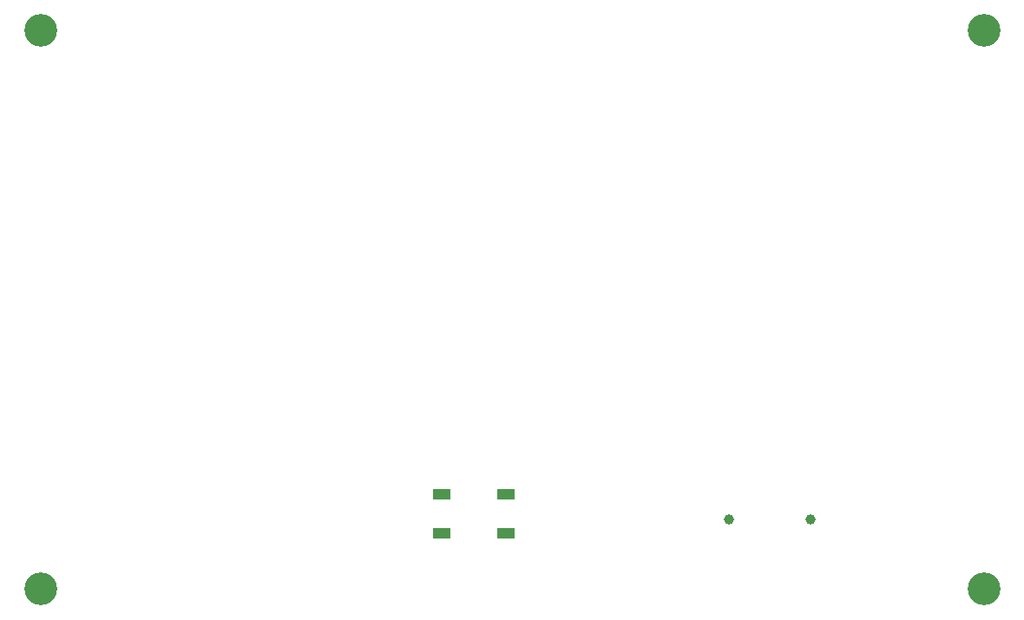
<source format=gbs>
G04 #@! TF.GenerationSoftware,KiCad,Pcbnew,8.0.5*
G04 #@! TF.CreationDate,2025-06-09T21:24:26+03:00*
G04 #@! TF.ProjectId,Main Board,4d61696e-2042-46f6-9172-642e6b696361,rev?*
G04 #@! TF.SameCoordinates,Original*
G04 #@! TF.FileFunction,Soldermask,Bot*
G04 #@! TF.FilePolarity,Negative*
%FSLAX46Y46*%
G04 Gerber Fmt 4.6, Leading zero omitted, Abs format (unit mm)*
G04 Created by KiCad (PCBNEW 8.0.5) date 2025-06-09 21:24:26*
%MOMM*%
%LPD*%
G01*
G04 APERTURE LIST*
%ADD10C,1.000000*%
%ADD11C,3.200000*%
%ADD12R,1.700000X1.000000*%
G04 APERTURE END LIST*
D10*
X171125000Y-89200000D03*
X179125000Y-89200000D03*
D11*
X104000000Y-41500000D03*
X196000000Y-96000000D03*
X104000000Y-96000000D03*
X196000000Y-41500000D03*
D12*
X143075000Y-90550000D03*
X149375000Y-90550000D03*
X143075000Y-86750000D03*
X149375000Y-86750000D03*
M02*

</source>
